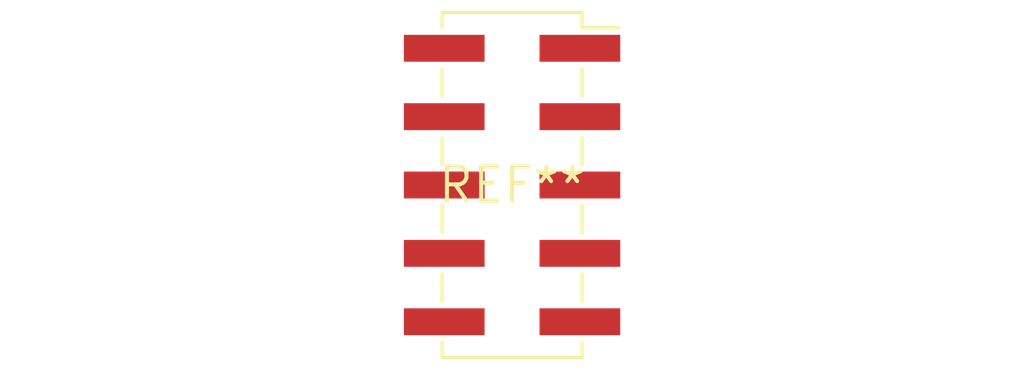
<source format=kicad_pcb>
(kicad_pcb (version 20240108) (generator pcbnew)
  (layers (0 "F.Cu" signal) (31 "B.Cu" signal) (34 "B.Paste" user) (35 "F.Paste" user) (36 "B.SilkS" user "B.Silkscreen") (37 "F.SilkS" user "F.Silkscreen") (38 "B.Mask" user) (39 "F.Mask" user) (44 "Edge.Cuts" user))
  (net 0 "")
  (footprint "PinSocket_2x05_P2.54mm_Vertical_SMD" (layer "F.Cu") (at 0 0)
    (property "Reference" "REF**")
    (property "Value" "PinSocket_2x05_P2.54mm_Vertical_SMD")
    (fp_line (start -2.6 -6.41) (end -2.6 -5.84) (layer "F.SilkS") (stroke (width 0.12)))
    (fp_line (start -2.6 -6.41) (end 2.6 -6.41) (layer "F.SilkS") (stroke (width 0.12)))
    (fp_line (start -2.6 -4.32) (end -2.6 -3.3) (layer "F.SilkS") (stroke (width 0.12)))
    (fp_line (start -2.6 -1.78) (end -2.6 -0.76) (layer "F.SilkS") (stroke (width 0.12)))
    (fp_line (start -2.6 0.76) (end -2.6 1.78) (layer "F.SilkS") (stroke (width 0.12)))
    (fp_line (start -2.6 3.3) (end -2.6 4.32) (layer "F.SilkS") (stroke (width 0.12)))
    (fp_line (start -2.6 5.84) (end -2.6 6.41) (layer "F.SilkS") (stroke (width 0.12)))
    (fp_line (start -2.6 6.41) (end 2.6 6.41) (layer "F.SilkS") (stroke (width 0.12)))
    (fp_line (start 2.6 -6.41) (end 2.6 -5.84) (layer "F.SilkS") (stroke (width 0.12)))
    (fp_line (start 2.6 -5.84) (end 3.96 -5.84) (layer "F.SilkS") (stroke (width 0.12)))
    (fp_line (start 2.6 -4.32) (end 2.6 -3.3) (layer "F.SilkS") (stroke (width 0.12)))
    (fp_line (start 2.6 -1.78) (end 2.6 -0.76) (layer "F.SilkS") (stroke (width 0.12)))
    (fp_line (start 2.6 0.76) (end 2.6 1.78) (layer "F.SilkS") (stroke (width 0.12)))
    (fp_line (start 2.6 3.3) (end 2.6 4.32) (layer "F.SilkS") (stroke (width 0.12)))
    (fp_line (start 2.6 5.84) (end 2.6 6.41) (layer "F.SilkS") (stroke (width 0.12)))
    (pad "1" smd rect (at 2.52 -5.08) (size 3 1) (layers "F.Cu" "F.Paste" "F.Mask"))
    (pad "2" smd rect (at -2.52 -5.08) (size 3 1) (layers "F.Cu" "F.Paste" "F.Mask"))
    (pad "3" smd rect (at 2.52 -2.54) (size 3 1) (layers "F.Cu" "F.Paste" "F.Mask"))
    (pad "4" smd rect (at -2.52 -2.54) (size 3 1) (layers "F.Cu" "F.Paste" "F.Mask"))
    (pad "5" smd rect (at 2.52 0) (size 3 1) (layers "F.Cu" "F.Paste" "F.Mask"))
    (pad "6" smd rect (at -2.52 0) (size 3 1) (layers "F.Cu" "F.Paste" "F.Mask"))
    (pad "7" smd rect (at 2.52 2.54) (size 3 1) (layers "F.Cu" "F.Paste" "F.Mask"))
    (pad "8" smd rect (at -2.52 2.54) (size 3 1) (layers "F.Cu" "F.Paste" "F.Mask"))
    (pad "9" smd rect (at 2.52 5.08) (size 3 1) (layers "F.Cu" "F.Paste" "F.Mask"))
    (pad "10" smd rect (at -2.52 5.08) (size 3 1) (layers "F.Cu" "F.Paste" "F.Mask"))
  )
)
</source>
